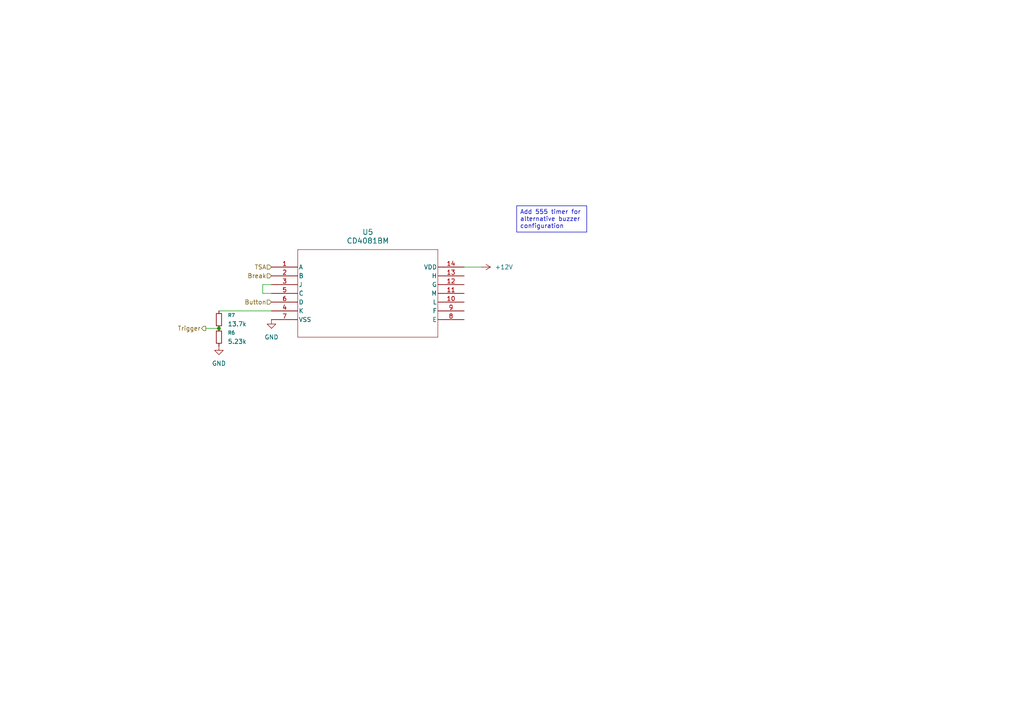
<source format=kicad_sch>
(kicad_sch (version 20250114) (generator "eeschema") (generator_version "9.0")
  (paper "A4")
  (lib_symbols
    (symbol "CD4081B:CD4081BM" (pin_names (offset 0.254))
      (property "Reference" "U5" (at 27.94 10.16 0))
      (property "Value" "CD4081BM" (at 27.94 7.62 0))
      (symbol "CD4081BM_0_1"
        (polyline (pts (xy 7.62 5.08) (xy 7.62 -20.32)) (stroke (width 0.127)))
        (polyline (pts (xy 7.62 -20.32) (xy 48.26 -20.32)) (stroke (width 0.127)))
        (polyline (pts (xy 48.26 5.08) (xy 7.62 5.08)) (stroke (width 0.127)))
        (polyline (pts (xy 48.26 -20.32) (xy 48.26 5.08)) (stroke (width 0.127)))
        (pin unspecified line (at 0 0 0) (length 7.62) (name "A") (number "1"))
        (pin unspecified line (at 0 -2.54 0) (length 7.62) (name "B") (number "2"))
        (pin unspecified line (at 0 -5.08 0) (length 7.62) (name "J") (number "3"))
        (pin unspecified line (at 0 -7.62 0) (length 7.62) (name "C") (number "5"))
        (pin unspecified line (at 0 -10.16 0) (length 7.62) (name "D") (number "6"))
        (pin unspecified line (at 0 -12.7 0) (length 7.62) (name "K") (number "4"))
        (pin power_in line (at 0 -15.24 0) (length 7.62) (name "VSS") (number "7"))
        (pin power_in line (at 55.88 0 180) (length 7.62) (name "VDD") (number "14"))
        (pin unspecified line (at 55.88 -2.54 180) (length 7.62) (name "H") (number "13"))
        (pin unspecified line (at 55.88 -5.08 180) (length 7.62) (name "G") (number "12"))
        (pin unspecified line (at 55.88 -7.62 180) (length 7.62) (name "M") (number "11"))
        (pin unspecified line (at 55.88 -10.16 180) (length 7.62) (name "L") (number "10"))
        (pin unspecified line (at 55.88 -12.7 180) (length 7.62) (name "F") (number "9"))
        (pin unspecified line (at 55.88 -15.24 180) (length 7.62) (name "E") (number "8"))
      )
    )
    (symbol "Device:R_Small" (pin_numbers (hide yes)) (pin_names (offset 0.254) (hide yes))
      (property "Reference" "R" (at 0 0 90))
      (property "Value" "R_Small" (at 1.778 0 90))
      (symbol "R_Small_0_1"
        (rectangle (start -0.762 1.778) (end 0.762 -1.778) (stroke (width 0.2032)))
      )
      (symbol "R_Small_1_1"
        (pin passive line (at 0 2.54 270) (length 0.762) (name "~") (number "1"))
        (pin passive line (at 0 -2.54 90) (length 0.762) (name "~") (number "2"))
      )
    )
    (symbol "power:+12V" (power) (pin_numbers (hide yes)) (pin_names (offset 0) (hide yes))
      (property "Value" "+12V" (at 0 3.556 0))
      (symbol "+12V_0_1"
        (polyline (pts (xy -0.762 1.27) (xy 0 2.54)))
        (polyline (pts (xy 0 2.54) (xy 0.762 1.27)))
        (polyline (pts (xy 0 0) (xy 0 2.54)))
      )
      (symbol "+12V_1_1"
        (pin power_in line (at 0 0 90) (length 0) (name "~") (number "1"))
      )
    )
    (symbol "power:GND" (power) (pin_numbers (hide yes)) (pin_names (offset 0) (hide yes))
      (property "Value" "GND" (at 0 -3.81 0))
      (symbol "GND_0_1"
        (polyline (pts (xy 0 0) (xy 0 -1.27) (xy 1.27 -1.27) (xy 0 -2.54) (xy -1.27 -1.27) (xy 0 -1.27)))
      )
      (symbol "GND_1_1"
        (pin power_in line (at 0 0 270) (length 0) (name "~") (number "1"))
      )
    )
  )
  (text_box "Add 555 timer for alternative buzzer configuration" (at 149.86 59.69 0) (size 20.32 7.62) (margins 0.9525 0.9525 0.9525 0.9525) (effects (font (size 1.27 1.27)) (justify left top)))
  (junction (at 63.5 95.25))
  (wire (pts (xy 78.74 82.55) (xy 76.2 82.55)))
  (wire (pts (xy 76.2 82.55) (xy 76.2 85.09)))
  (wire (pts (xy 59.69 95.25) (xy 63.5 95.25)))
  (wire (pts (xy 139.7 77.47) (xy 134.62 77.47)))
  (wire (pts (xy 63.5 90.17) (xy 78.74 90.17)))
  (wire (pts (xy 76.2 85.09) (xy 78.74 85.09)))
  (hierarchical_label "Button" (shape input) (at 78.74 87.63 180))
  (hierarchical_label "Break" (shape input) (at 78.74 80.01 180))
  (hierarchical_label "Trigger" (shape output) (at 59.69 95.25 180))
  (hierarchical_label "TSA" (shape input) (at 78.74 77.47 180))
  (symbol (lib_id "Device:R_Small") (at 63.5 97.79 0) (unit 1)
    (property "Reference" "R6" (at 66.04 96.5199 0) (effects (font (size 1.016 1.016)) (justify left)))
    (property "Value" "5.23k" (at 66.04 99.0599 0) (effects (justify left)))
    (property "Description" "Resistor, small symbol" (effects (hide yes)))
  )
  (symbol (lib_id "CD4081B:CD4081BM") (at 78.74 77.47 0) (unit 1)
    (property "Reference" "U5" (at 106.68 67.31 0) (effects (font (size 1.524 1.524))))
    (property "Value" "CD4081BM" (at 106.68 69.85 0) (effects (font (size 1.524 1.524))))
    (property "Footprint" "D14" (effects (hide yes)))
    (property "Datasheet" "https://www.ti.com/lit/gpn/cd4081b" (effects (hide yes)))
  )
  (symbol (lib_id "Device:R_Small") (at 63.5 92.71 0) (unit 1)
    (property "Reference" "R7" (at 66.04 91.4399 0) (effects (font (size 1.016 1.016)) (justify left)))
    (property "Value" "13.7k" (at 66.04 93.9799 0) (effects (justify left)))
    (property "Description" "Resistor, small symbol" (effects (hide yes)))
  )
  (symbol (lib_id "power:GND") (at 63.5 100.33 0) (unit 1)
    (property "Reference" "#PWR017" (effects (hide yes)))
    (property "Value" "GND" (at 63.5 105.41 0))
    (property "Description" "Power symbol creates a global label with name \"GND\" , ground" (effects (hide yes)))
  )
  (symbol (lib_id "power:GND") (at 78.74 92.71 0) (unit 1)
    (property "Reference" "#PWR016" (effects (hide yes)))
    (property "Value" "GND" (at 78.74 97.79 0))
    (property "Description" "Power symbol creates a global label with name \"GND\" , ground" (effects (hide yes)))
  )
  (symbol (lib_id "power:+12V") (at 139.7 77.47 270) (unit 1)
    (property "Reference" "#PWR015" (effects (hide yes)))
    (property "Value" "+12V" (at 143.51 77.4699 90) (effects (justify left)))
    (property "Description" "Power symbol creates a global label with name \"+12V\"" (effects (hide yes)))
  )
)
</source>
